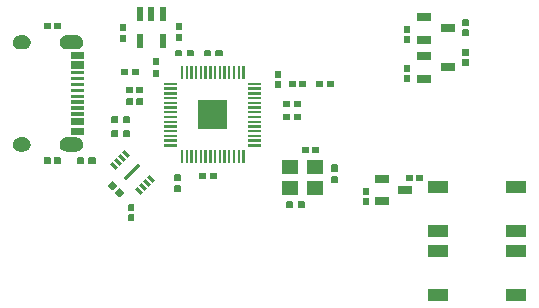
<source format=gtp>
G04 Layer: TopPasteMaskLayer*
G04 EasyEDA v6.5.39, 2024-01-14 11:16:20*
G04 7225f5b682534d558e40c38ebd35b67e,4e7111fa6b144b4da7037494b399c203,10*
G04 Gerber Generator version 0.2*
G04 Scale: 100 percent, Rotated: No, Reflected: No *
G04 Dimensions in millimeters *
G04 leading zeros omitted , absolute positions ,4 integer and 5 decimal *
%FSLAX45Y45*%
%MOMM*%

%AMMACRO1*21,1,$1,$2,0,0,$3*%
%ADD10R,0.4900X1.1570*%
%ADD11R,0.4900X1.1750*%
%ADD12R,1.7000X1.0000*%
%ADD13MACRO1,0.5999X0.28X-45.0000*%
%ADD14MACRO1,0.6001X0.28X-44.9829*%
%ADD15MACRO1,0.6001X0.2802X-44.9829*%
%ADD16MACRO1,0.2999X1.7001X135.0000*%
%ADD17R,1.2500X0.7000*%
%ADD18R,1.4000X1.2000*%
%ADD19R,0.0141X1.2000*%

%LPD*%
G36*
X982522Y3039973D02*
G01*
X982522Y3010001D01*
X1092504Y3010001D01*
X1092504Y3039973D01*
G37*
G36*
X982522Y2989986D02*
G01*
X982522Y2959963D01*
X1092504Y2959963D01*
X1092504Y2989986D01*
G37*
G36*
X982522Y3500018D02*
G01*
X982522Y3439972D01*
X1092504Y3439972D01*
X1092504Y3500018D01*
G37*
G36*
X982522Y3090011D02*
G01*
X982522Y3059988D01*
X1092504Y3059988D01*
X1092504Y3090011D01*
G37*
G36*
X982522Y2939999D02*
G01*
X982522Y2879953D01*
X1092504Y2879953D01*
X1092504Y2939999D01*
G37*
G36*
X982522Y2859989D02*
G01*
X982522Y2799994D01*
X1092504Y2799994D01*
X1092504Y2859989D01*
G37*
G36*
X982522Y3139998D02*
G01*
X982522Y3109976D01*
X1092504Y3109976D01*
X1092504Y3139998D01*
G37*
G36*
X982522Y3189986D02*
G01*
X982522Y3160014D01*
X1092504Y3160014D01*
X1092504Y3189986D01*
G37*
G36*
X982522Y3420008D02*
G01*
X982522Y3359962D01*
X1092504Y3359962D01*
X1092504Y3420008D01*
G37*
G36*
X982522Y3239973D02*
G01*
X982522Y3210001D01*
X1092504Y3210001D01*
X1092504Y3239973D01*
G37*
G36*
X982522Y3289960D02*
G01*
X982522Y3259988D01*
X1092504Y3259988D01*
X1092504Y3289960D01*
G37*
G36*
X982522Y3339998D02*
G01*
X982522Y3309975D01*
X1092504Y3309975D01*
X1092504Y3339998D01*
G37*
G36*
X942492Y2777490D02*
G01*
X936548Y2777185D01*
X930605Y2776321D01*
X924814Y2774848D01*
X919226Y2772765D01*
X913790Y2770174D01*
X908710Y2767076D01*
X903935Y2763469D01*
X899566Y2759405D01*
X895603Y2754884D01*
X892098Y2750058D01*
X889101Y2744876D01*
X886663Y2739440D01*
X884732Y2733751D01*
X883412Y2727909D01*
X882700Y2721965D01*
X882548Y2716022D01*
X882954Y2710027D01*
X884021Y2704134D01*
X885647Y2698394D01*
X887831Y2692806D01*
X890574Y2687472D01*
X893775Y2682494D01*
X897534Y2677820D01*
X901700Y2673502D01*
X906271Y2669692D01*
X911250Y2666288D01*
X916482Y2663444D01*
X921969Y2661107D01*
X927709Y2659329D01*
X933551Y2658160D01*
X939546Y2657551D01*
X1022502Y2657500D01*
X1028496Y2657805D01*
X1034389Y2658668D01*
X1040180Y2660142D01*
X1045819Y2662224D01*
X1051204Y2664815D01*
X1056284Y2667914D01*
X1061059Y2671521D01*
X1065479Y2675585D01*
X1069441Y2680106D01*
X1072896Y2684932D01*
X1075893Y2690114D01*
X1078382Y2695600D01*
X1080262Y2701239D01*
X1081582Y2707081D01*
X1082344Y2713024D01*
X1082497Y2718968D01*
X1082040Y2724962D01*
X1081024Y2730855D01*
X1079398Y2736596D01*
X1077214Y2742184D01*
X1074470Y2747518D01*
X1071219Y2752496D01*
X1067511Y2757170D01*
X1063294Y2761488D01*
X1058722Y2765348D01*
X1053795Y2768701D01*
X1048562Y2771546D01*
X1043025Y2773883D01*
X1037336Y2775661D01*
X1031443Y2776829D01*
X1025499Y2777439D01*
G37*
G36*
X942492Y3642512D02*
G01*
X936548Y3642207D01*
X930605Y3641293D01*
X924814Y3639820D01*
X919226Y3637787D01*
X913790Y3635197D01*
X908710Y3632047D01*
X903935Y3628440D01*
X899566Y3624376D01*
X895603Y3619906D01*
X892098Y3615029D01*
X889101Y3609848D01*
X886663Y3604412D01*
X884732Y3598722D01*
X883412Y3592931D01*
X882700Y3586987D01*
X882548Y3580993D01*
X882954Y3575050D01*
X884021Y3569157D01*
X885647Y3563365D01*
X887831Y3557828D01*
X890574Y3552494D01*
X893775Y3547465D01*
X897534Y3542792D01*
X901700Y3538524D01*
X906271Y3534664D01*
X911250Y3531311D01*
X916482Y3528415D01*
X921969Y3526129D01*
X927709Y3524351D01*
X933551Y3523183D01*
X939546Y3522573D01*
X1022502Y3522472D01*
X1028496Y3522776D01*
X1034389Y3523691D01*
X1040180Y3525164D01*
X1045819Y3527196D01*
X1051204Y3529787D01*
X1056284Y3532936D01*
X1061059Y3536543D01*
X1065479Y3540607D01*
X1069441Y3545078D01*
X1072896Y3549954D01*
X1075893Y3555136D01*
X1078382Y3560572D01*
X1080262Y3566261D01*
X1081582Y3572052D01*
X1082344Y3577996D01*
X1082497Y3583990D01*
X1082040Y3589934D01*
X1081024Y3595827D01*
X1079398Y3601618D01*
X1077214Y3607155D01*
X1074470Y3612489D01*
X1071219Y3617518D01*
X1067511Y3622192D01*
X1063294Y3626459D01*
X1058722Y3630320D01*
X1053795Y3633673D01*
X1048562Y3636568D01*
X1043025Y3638854D01*
X1037336Y3640632D01*
X1031443Y3641801D01*
X1025499Y3642410D01*
G37*
G36*
X547471Y3642512D02*
G01*
X541528Y3642207D01*
X535584Y3641293D01*
X529793Y3639820D01*
X524205Y3637787D01*
X518820Y3635197D01*
X513689Y3632047D01*
X508914Y3628440D01*
X504545Y3624376D01*
X500583Y3619906D01*
X497078Y3615029D01*
X494080Y3609848D01*
X491642Y3604412D01*
X489712Y3598722D01*
X488391Y3592931D01*
X487680Y3586987D01*
X487527Y3580993D01*
X487934Y3575050D01*
X489000Y3569157D01*
X490626Y3563365D01*
X492810Y3557828D01*
X495554Y3552494D01*
X498754Y3547465D01*
X502513Y3542792D01*
X506679Y3538524D01*
X511251Y3534664D01*
X516229Y3531311D01*
X521462Y3528415D01*
X526948Y3526129D01*
X532688Y3524351D01*
X538530Y3523183D01*
X544525Y3522573D01*
X577494Y3522472D01*
X583488Y3522776D01*
X589381Y3523691D01*
X595172Y3525164D01*
X600811Y3527196D01*
X606196Y3529787D01*
X611276Y3532936D01*
X616051Y3536543D01*
X620471Y3540607D01*
X624382Y3545078D01*
X627888Y3549954D01*
X630885Y3555136D01*
X633323Y3560572D01*
X635254Y3566261D01*
X636574Y3572052D01*
X637336Y3577996D01*
X637489Y3583990D01*
X637032Y3589934D01*
X636016Y3595827D01*
X634390Y3601618D01*
X632206Y3607155D01*
X629462Y3612489D01*
X626211Y3617518D01*
X622503Y3622192D01*
X618286Y3626459D01*
X613714Y3630320D01*
X608787Y3633673D01*
X603504Y3636568D01*
X598017Y3638854D01*
X592277Y3640632D01*
X586435Y3641801D01*
X580491Y3642410D01*
G37*
G36*
X547471Y2777490D02*
G01*
X541528Y2777185D01*
X535584Y2776321D01*
X529793Y2774848D01*
X524205Y2772765D01*
X518820Y2770174D01*
X513689Y2767076D01*
X508914Y2763469D01*
X504545Y2759405D01*
X500583Y2754884D01*
X497078Y2750058D01*
X494080Y2744876D01*
X491642Y2739440D01*
X489712Y2733751D01*
X488391Y2727909D01*
X487680Y2721965D01*
X487527Y2716022D01*
X487934Y2710027D01*
X489000Y2704134D01*
X490626Y2698394D01*
X492810Y2692806D01*
X495554Y2687472D01*
X498754Y2682494D01*
X502513Y2677820D01*
X506679Y2673502D01*
X511251Y2669692D01*
X516229Y2666288D01*
X521462Y2663444D01*
X526948Y2661107D01*
X532688Y2659329D01*
X538530Y2658160D01*
X544525Y2657551D01*
X577494Y2657500D01*
X583488Y2657805D01*
X589381Y2658668D01*
X595172Y2660142D01*
X600811Y2662224D01*
X606196Y2664815D01*
X611276Y2667914D01*
X616051Y2671521D01*
X620471Y2675585D01*
X624382Y2680106D01*
X627888Y2684932D01*
X630885Y2690114D01*
X633323Y2695600D01*
X635254Y2701239D01*
X636574Y2707081D01*
X637336Y2713024D01*
X637489Y2718968D01*
X637032Y2724962D01*
X636016Y2730855D01*
X634390Y2736596D01*
X632206Y2742184D01*
X629462Y2747518D01*
X626211Y2752496D01*
X622503Y2757170D01*
X618286Y2761488D01*
X613714Y2765348D01*
X608787Y2768701D01*
X603504Y2771546D01*
X598017Y2773883D01*
X592277Y2775661D01*
X586435Y2776829D01*
X580491Y2777439D01*
G37*
G36*
X2807004Y2237486D02*
G01*
X2801975Y2232507D01*
X2801975Y2187498D01*
X2807004Y2182520D01*
X2855010Y2182520D01*
X2861970Y2187498D01*
X2861970Y2232507D01*
X2855010Y2237486D01*
G37*
G36*
X2904998Y2237486D02*
G01*
X2897987Y2232507D01*
X2897987Y2187498D01*
X2904998Y2182520D01*
X2953004Y2182520D01*
X2957982Y2187498D01*
X2957982Y2232507D01*
X2953004Y2237486D01*
G37*
G36*
X3187496Y2547975D02*
G01*
X3182518Y2542997D01*
X3182518Y2494991D01*
X3187496Y2487980D01*
X3232505Y2487980D01*
X3237484Y2494991D01*
X3237484Y2542997D01*
X3232505Y2547975D01*
G37*
G36*
X3187496Y2452014D02*
G01*
X3182518Y2445004D01*
X3182518Y2396998D01*
X3187496Y2392019D01*
X3232505Y2392019D01*
X3237484Y2396998D01*
X3237484Y2445004D01*
X3232505Y2452014D01*
G37*
G36*
X3056991Y3257499D02*
G01*
X3052013Y3252470D01*
X3052013Y3207512D01*
X3056991Y3202482D01*
X3104997Y3202482D01*
X3112008Y3207512D01*
X3112008Y3252470D01*
X3104997Y3257499D01*
G37*
G36*
X3154984Y3257499D02*
G01*
X3147974Y3252470D01*
X3147974Y3207512D01*
X3154984Y3202482D01*
X3202990Y3202482D01*
X3207969Y3207512D01*
X3207969Y3252470D01*
X3202990Y3257499D01*
G37*
G36*
X1505000Y3357473D02*
G01*
X1497990Y3352495D01*
X1497990Y3307486D01*
X1505000Y3302508D01*
X1553006Y3302508D01*
X1557985Y3307486D01*
X1557985Y3352495D01*
X1553006Y3357473D01*
G37*
G36*
X1407007Y3357473D02*
G01*
X1401978Y3352495D01*
X1401978Y3307486D01*
X1407007Y3302508D01*
X1455013Y3302508D01*
X1462024Y3307486D01*
X1462024Y3352495D01*
X1455013Y3357473D01*
G37*
G36*
X1134973Y2607513D02*
G01*
X1128014Y2602484D01*
X1128014Y2557475D01*
X1134973Y2552496D01*
X1182979Y2552496D01*
X1188008Y2557475D01*
X1188008Y2602484D01*
X1182979Y2607513D01*
G37*
G36*
X1036980Y2607513D02*
G01*
X1032002Y2602484D01*
X1032002Y2557475D01*
X1036980Y2552496D01*
X1084986Y2552496D01*
X1091996Y2557475D01*
X1091996Y2602484D01*
X1084986Y2607513D01*
G37*
G36*
X2776982Y3087471D02*
G01*
X2772003Y3082493D01*
X2772003Y3037484D01*
X2776982Y3032506D01*
X2824988Y3032506D01*
X2831998Y3037484D01*
X2831998Y3082493D01*
X2824988Y3087471D01*
G37*
G36*
X2874975Y3087471D02*
G01*
X2868015Y3082493D01*
X2868015Y3037484D01*
X2874975Y3032506D01*
X2922981Y3032506D01*
X2928010Y3037484D01*
X2928010Y3082493D01*
X2922981Y3087471D01*
G37*
G36*
X1424990Y2837484D02*
G01*
X1417980Y2832506D01*
X1417980Y2787497D01*
X1424990Y2782519D01*
X1472996Y2782519D01*
X1477975Y2787497D01*
X1477975Y2832506D01*
X1472996Y2837484D01*
G37*
G36*
X1326997Y2837484D02*
G01*
X1322019Y2832506D01*
X1322019Y2787497D01*
X1326997Y2782519D01*
X1375003Y2782519D01*
X1382014Y2787497D01*
X1382014Y2832506D01*
X1375003Y2837484D01*
G37*
G36*
X1424990Y2957474D02*
G01*
X1417980Y2952496D01*
X1417980Y2907487D01*
X1424990Y2902508D01*
X1472996Y2902508D01*
X1477975Y2907487D01*
X1477975Y2952496D01*
X1472996Y2957474D01*
G37*
G36*
X1326997Y2957474D02*
G01*
X1322019Y2952496D01*
X1322019Y2907487D01*
X1326997Y2902508D01*
X1375003Y2902508D01*
X1382014Y2907487D01*
X1382014Y2952496D01*
X1375003Y2957474D01*
G37*
G36*
X1867001Y3517493D02*
G01*
X1861972Y3512515D01*
X1861972Y3467506D01*
X1867001Y3462477D01*
X1915007Y3462477D01*
X1921967Y3467506D01*
X1921967Y3512515D01*
X1915007Y3517493D01*
G37*
G36*
X1964994Y3517493D02*
G01*
X1957984Y3512515D01*
X1957984Y3467506D01*
X1964994Y3462477D01*
X2013000Y3462477D01*
X2017979Y3467506D01*
X2017979Y3512515D01*
X2013000Y3517493D01*
G37*
G36*
X2776982Y2977489D02*
G01*
X2772003Y2972511D01*
X2772003Y2927502D01*
X2776982Y2922473D01*
X2824988Y2922473D01*
X2831998Y2927502D01*
X2831998Y2972511D01*
X2824988Y2977489D01*
G37*
G36*
X2874975Y2977489D02*
G01*
X2868015Y2972511D01*
X2868015Y2927502D01*
X2874975Y2922473D01*
X2922981Y2922473D01*
X2928010Y2927502D01*
X2928010Y2972511D01*
X2922981Y2977489D01*
G37*
G36*
X2210003Y3517493D02*
G01*
X2202992Y3512515D01*
X2202992Y3467506D01*
X2210003Y3462477D01*
X2258009Y3462477D01*
X2262987Y3467506D01*
X2262987Y3512515D01*
X2258009Y3517493D01*
G37*
G36*
X2112010Y3517493D02*
G01*
X2106980Y3512515D01*
X2106980Y3467506D01*
X2112010Y3462477D01*
X2160016Y3462477D01*
X2166975Y3467506D01*
X2166975Y3512515D01*
X2160016Y3517493D01*
G37*
G36*
X2164994Y2477516D02*
G01*
X2157984Y2472486D01*
X2157984Y2427478D01*
X2164994Y2422499D01*
X2213000Y2422499D01*
X2217978Y2427478D01*
X2217978Y2472486D01*
X2213000Y2477516D01*
G37*
G36*
X2067001Y2477516D02*
G01*
X2061972Y2472486D01*
X2061972Y2427478D01*
X2067001Y2422499D01*
X2115007Y2422499D01*
X2122017Y2427478D01*
X2122017Y2472486D01*
X2115007Y2477516D01*
G37*
G36*
X1857502Y2468016D02*
G01*
X1852523Y2462987D01*
X1852523Y2414981D01*
X1857502Y2408021D01*
X1902510Y2408021D01*
X1907489Y2414981D01*
X1907489Y2462987D01*
X1902510Y2468016D01*
G37*
G36*
X1857502Y2372004D02*
G01*
X1852523Y2364994D01*
X1852523Y2316988D01*
X1857502Y2312009D01*
X1902510Y2312009D01*
X1907489Y2316988D01*
X1907489Y2364994D01*
X1902510Y2372004D01*
G37*
G36*
X1677517Y3351987D02*
G01*
X1672488Y3344976D01*
X1672488Y3296970D01*
X1677517Y3291992D01*
X1722475Y3291992D01*
X1727504Y3296970D01*
X1727504Y3344976D01*
X1722475Y3351987D01*
G37*
G36*
X1677517Y3447999D02*
G01*
X1672488Y3442970D01*
X1672488Y3395014D01*
X1677517Y3388004D01*
X1722475Y3388004D01*
X1727504Y3395014D01*
X1727504Y3442970D01*
X1722475Y3447999D01*
G37*
G36*
X1397508Y3738016D02*
G01*
X1392478Y3732987D01*
X1392478Y3684981D01*
X1397508Y3677970D01*
X1442516Y3677970D01*
X1447495Y3684981D01*
X1447495Y3732987D01*
X1442516Y3738016D01*
G37*
G36*
X1397508Y3642004D02*
G01*
X1392478Y3634994D01*
X1392478Y3586987D01*
X1397508Y3582009D01*
X1442516Y3582009D01*
X1447495Y3586987D01*
X1447495Y3634994D01*
X1442516Y3642004D01*
G37*
G36*
X1872488Y3652012D02*
G01*
X1867509Y3645001D01*
X1867509Y3596995D01*
X1872488Y3591966D01*
X1917496Y3591966D01*
X1922475Y3596995D01*
X1922475Y3645001D01*
X1917496Y3652012D01*
G37*
G36*
X1872488Y3747973D02*
G01*
X1867509Y3742994D01*
X1867509Y3694988D01*
X1872488Y3687978D01*
X1917496Y3687978D01*
X1922475Y3694988D01*
X1922475Y3742994D01*
X1917496Y3747973D01*
G37*
G36*
X837488Y3747008D02*
G01*
X833475Y3742994D01*
X833475Y3696970D01*
X837488Y3693007D01*
X887577Y3693007D01*
X891540Y3696970D01*
X891540Y3742994D01*
X887577Y3747008D01*
G37*
G36*
X752449Y3747008D02*
G01*
X748436Y3742994D01*
X748436Y3696970D01*
X752449Y3693007D01*
X802487Y3693007D01*
X806500Y3696970D01*
X806500Y3742994D01*
X802487Y3747008D01*
G37*
G36*
X837488Y2607005D02*
G01*
X833475Y2602992D01*
X833475Y2557018D01*
X837488Y2553004D01*
X887577Y2553004D01*
X891540Y2557018D01*
X891540Y2602992D01*
X887577Y2607005D01*
G37*
G36*
X752449Y2607005D02*
G01*
X748436Y2602992D01*
X748436Y2557018D01*
X752449Y2553004D01*
X802487Y2553004D01*
X806500Y2557018D01*
X806500Y2602992D01*
X802487Y2607005D01*
G37*
G36*
X1452422Y3106978D02*
G01*
X1448409Y3103016D01*
X1448409Y3056991D01*
X1452422Y3052978D01*
X1502511Y3052978D01*
X1506474Y3056991D01*
X1506474Y3103016D01*
X1502511Y3106978D01*
G37*
G36*
X1537512Y3106978D02*
G01*
X1533499Y3103016D01*
X1533499Y3056991D01*
X1537512Y3052978D01*
X1587550Y3052978D01*
X1591564Y3056991D01*
X1591564Y3103016D01*
X1587550Y3106978D01*
G37*
G36*
X1452422Y3207004D02*
G01*
X1448409Y3202990D01*
X1448409Y3157016D01*
X1452422Y3153003D01*
X1502511Y3153003D01*
X1506474Y3157016D01*
X1506474Y3202990D01*
X1502511Y3207004D01*
G37*
G36*
X1537512Y3207004D02*
G01*
X1533499Y3202990D01*
X1533499Y3157016D01*
X1537512Y3153003D01*
X1587550Y3153003D01*
X1591564Y3157016D01*
X1591564Y3202990D01*
X1587550Y3207004D01*
G37*
G36*
X2917494Y3256991D02*
G01*
X2913481Y3252978D01*
X2913481Y3207004D01*
X2917494Y3202990D01*
X2967532Y3202990D01*
X2971546Y3207004D01*
X2971546Y3252978D01*
X2967532Y3256991D01*
G37*
G36*
X2832404Y3256991D02*
G01*
X2828442Y3252978D01*
X2828442Y3207004D01*
X2832404Y3202990D01*
X2882493Y3202990D01*
X2886506Y3207004D01*
X2886506Y3252978D01*
X2882493Y3256991D01*
G37*
G36*
X1467002Y2211578D02*
G01*
X1462989Y2207564D01*
X1462989Y2157476D01*
X1467002Y2153513D01*
X1512976Y2153513D01*
X1516989Y2157476D01*
X1516989Y2207564D01*
X1512976Y2211578D01*
G37*
G36*
X1467002Y2126488D02*
G01*
X1462989Y2122474D01*
X1462989Y2072436D01*
X1467002Y2068423D01*
X1512976Y2068423D01*
X1516989Y2072436D01*
X1516989Y2122474D01*
X1512976Y2126488D01*
G37*
G36*
X3027476Y2696972D02*
G01*
X3023514Y2693009D01*
X3023514Y2646984D01*
X3027476Y2642971D01*
X3077565Y2642971D01*
X3081578Y2646984D01*
X3081578Y2693009D01*
X3077565Y2696972D01*
G37*
G36*
X2942437Y2696972D02*
G01*
X2938424Y2693009D01*
X2938424Y2646984D01*
X2942437Y2642971D01*
X2992475Y2642971D01*
X2996488Y2646984D01*
X2996488Y2693009D01*
X2992475Y2696972D01*
G37*
G36*
X4296968Y3691483D02*
G01*
X4293006Y3687470D01*
X4293006Y3637432D01*
X4296968Y3633419D01*
X4342993Y3633419D01*
X4347006Y3637432D01*
X4347006Y3687470D01*
X4342993Y3691483D01*
G37*
G36*
X4296968Y3776573D02*
G01*
X4293006Y3772560D01*
X4293006Y3722471D01*
X4296968Y3718509D01*
X4342993Y3718509D01*
X4347006Y3722471D01*
X4347006Y3772560D01*
X4342993Y3776573D01*
G37*
G36*
X3801973Y3636467D02*
G01*
X3798011Y3632504D01*
X3798011Y3582415D01*
X3801973Y3578402D01*
X3847998Y3578402D01*
X3852011Y3582415D01*
X3852011Y3632504D01*
X3847998Y3636467D01*
G37*
G36*
X3801973Y3721557D02*
G01*
X3798011Y3717544D01*
X3798011Y3667506D01*
X3801973Y3663492D01*
X3847998Y3663492D01*
X3852011Y3667506D01*
X3852011Y3717544D01*
X3847998Y3721557D01*
G37*
G36*
X4296968Y3526536D02*
G01*
X4293006Y3522573D01*
X4293006Y3472484D01*
X4296968Y3468471D01*
X4342993Y3468471D01*
X4347006Y3472484D01*
X4347006Y3522573D01*
X4342993Y3526536D01*
G37*
G36*
X4296968Y3441496D02*
G01*
X4293006Y3437483D01*
X4293006Y3387445D01*
X4296968Y3383432D01*
X4342993Y3383432D01*
X4347006Y3387445D01*
X4347006Y3437483D01*
X4342993Y3441496D01*
G37*
G36*
X3801973Y3306470D02*
G01*
X3798011Y3302508D01*
X3798011Y3252419D01*
X3801973Y3248406D01*
X3847998Y3248406D01*
X3852011Y3252419D01*
X3852011Y3302508D01*
X3847998Y3306470D01*
G37*
G36*
X3801973Y3391560D02*
G01*
X3798011Y3387547D01*
X3798011Y3337509D01*
X3801973Y3333496D01*
X3847998Y3333496D01*
X3852011Y3337509D01*
X3852011Y3387547D01*
X3847998Y3391560D01*
G37*
G36*
X2706979Y3256483D02*
G01*
X2703017Y3252470D01*
X2703017Y3202432D01*
X2706979Y3198418D01*
X2753004Y3198418D01*
X2757017Y3202432D01*
X2757017Y3252470D01*
X2753004Y3256483D01*
G37*
G36*
X2706979Y3341573D02*
G01*
X2703017Y3337560D01*
X2703017Y3287471D01*
X2706979Y3283508D01*
X2753004Y3283508D01*
X2757017Y3287471D01*
X2757017Y3337560D01*
X2753004Y3341573D01*
G37*
G36*
X1385824Y2346706D02*
G01*
X1353261Y2314194D01*
X1353261Y2308504D01*
X1388668Y2273147D01*
X1394358Y2273147D01*
X1426870Y2305659D01*
X1426870Y2311298D01*
X1391462Y2346706D01*
G37*
G36*
X1325676Y2406853D02*
G01*
X1293114Y2374341D01*
X1293114Y2368702D01*
X1328521Y2333294D01*
X1334211Y2333294D01*
X1366723Y2365806D01*
X1366723Y2371445D01*
X1331315Y2406853D01*
G37*
G36*
X3907485Y2461971D02*
G01*
X3903472Y2458008D01*
X3903472Y2411984D01*
X3907485Y2407970D01*
X3957574Y2407970D01*
X3961536Y2411984D01*
X3961536Y2458008D01*
X3957574Y2461971D01*
G37*
G36*
X3822446Y2461971D02*
G01*
X3818432Y2458008D01*
X3818432Y2411984D01*
X3822446Y2407970D01*
X3872484Y2407970D01*
X3876497Y2411984D01*
X3876497Y2458008D01*
X3872484Y2461971D01*
G37*
G36*
X3456990Y2266492D02*
G01*
X3452977Y2262479D01*
X3452977Y2212441D01*
X3456990Y2208428D01*
X3503015Y2208428D01*
X3506978Y2212441D01*
X3506978Y2262479D01*
X3503015Y2266492D01*
G37*
G36*
X3456990Y2351582D02*
G01*
X3452977Y2347569D01*
X3452977Y2297480D01*
X3456990Y2293518D01*
X3503015Y2293518D01*
X3506978Y2297480D01*
X3506978Y2347569D01*
X3503015Y2351582D01*
G37*
G36*
X1769973Y2959963D02*
G01*
X1769973Y2939999D01*
X1880006Y2939999D01*
X1880006Y2959963D01*
G37*
G36*
X1769973Y3239973D02*
G01*
X1769973Y3220008D01*
X1880006Y3220008D01*
X1880006Y3239973D01*
G37*
G36*
X1769973Y2919984D02*
G01*
X1769973Y2900019D01*
X1880006Y2900019D01*
X1880006Y2919984D01*
G37*
G36*
X1769973Y2719984D02*
G01*
X1769973Y2700020D01*
X1880006Y2700020D01*
X1880006Y2719984D01*
G37*
G36*
X1769973Y2999994D02*
G01*
X1769973Y2979978D01*
X1880006Y2979978D01*
X1880006Y2999994D01*
G37*
G36*
X1769973Y2880004D02*
G01*
X1769973Y2859989D01*
X1880006Y2859989D01*
X1880006Y2880004D01*
G37*
G36*
X1769973Y2759964D02*
G01*
X1769973Y2739999D01*
X1880006Y2739999D01*
X1880006Y2759964D01*
G37*
G36*
X1769973Y3039973D02*
G01*
X1769973Y3020009D01*
X1880006Y3020009D01*
X1880006Y3039973D01*
G37*
G36*
X1769973Y3199993D02*
G01*
X1769973Y3179978D01*
X1880006Y3179978D01*
X1880006Y3199993D01*
G37*
G36*
X1769973Y2799994D02*
G01*
X1769973Y2779979D01*
X1880006Y2779979D01*
X1880006Y2799994D01*
G37*
G36*
X1769973Y3080004D02*
G01*
X1769973Y3059988D01*
X1880006Y3059988D01*
X1880006Y3080004D01*
G37*
G36*
X1769973Y2839974D02*
G01*
X1769973Y2820009D01*
X1880006Y2820009D01*
X1880006Y2839974D01*
G37*
G36*
X1769973Y3119983D02*
G01*
X1769973Y3100019D01*
X1880006Y3100019D01*
X1880006Y3119983D01*
G37*
G36*
X1769973Y3159963D02*
G01*
X1769973Y3139998D01*
X1880006Y3139998D01*
X1880006Y3159963D01*
G37*
G36*
X1909978Y3379978D02*
G01*
X1909978Y3269996D01*
X1929993Y3269996D01*
X1929993Y3379978D01*
G37*
G36*
X1909978Y2669997D02*
G01*
X1909978Y2559964D01*
X1929993Y2559964D01*
X1929993Y2669997D01*
G37*
G36*
X1950008Y3379978D02*
G01*
X1950008Y3269996D01*
X1969973Y3269996D01*
X1969973Y3379978D01*
G37*
G36*
X1950008Y2669997D02*
G01*
X1950008Y2559964D01*
X1969973Y2559964D01*
X1969973Y2669997D01*
G37*
G36*
X1989988Y3379978D02*
G01*
X1989988Y3269996D01*
X2010003Y3269996D01*
X2010003Y3379978D01*
G37*
G36*
X1989988Y2669997D02*
G01*
X1989988Y2559964D01*
X2010003Y2559964D01*
X2010003Y2669997D01*
G37*
G36*
X2030018Y3379978D02*
G01*
X2030018Y3269996D01*
X2049983Y3269996D01*
X2049983Y3379978D01*
G37*
G36*
X2030018Y2669997D02*
G01*
X2030018Y2559964D01*
X2049983Y2559964D01*
X2049983Y2669997D01*
G37*
G36*
X2069998Y3379978D02*
G01*
X2069998Y3269996D01*
X2089962Y3269996D01*
X2089962Y3379978D01*
G37*
G36*
X2069998Y2669997D02*
G01*
X2069998Y2559964D01*
X2089962Y2559964D01*
X2089962Y2669997D01*
G37*
G36*
X2109978Y3379978D02*
G01*
X2109978Y3269996D01*
X2129993Y3269996D01*
X2129993Y3379978D01*
G37*
G36*
X2109978Y2669997D02*
G01*
X2109978Y2559964D01*
X2129993Y2559964D01*
X2129993Y2669997D01*
G37*
G36*
X2150008Y3379978D02*
G01*
X2150008Y3269996D01*
X2169972Y3269996D01*
X2169972Y3379978D01*
G37*
G36*
X2150008Y2669997D02*
G01*
X2150008Y2559964D01*
X2169972Y2559964D01*
X2169972Y2669997D01*
G37*
G36*
X2189988Y3379978D02*
G01*
X2189988Y3269996D01*
X2210003Y3269996D01*
X2210003Y3379978D01*
G37*
G36*
X2189988Y2669997D02*
G01*
X2189988Y2559964D01*
X2210003Y2559964D01*
X2210003Y2669997D01*
G37*
G36*
X2230018Y3379978D02*
G01*
X2230018Y3269996D01*
X2249982Y3269996D01*
X2249982Y3379978D01*
G37*
G36*
X2230018Y2669997D02*
G01*
X2230018Y2559964D01*
X2249982Y2559964D01*
X2249982Y2669997D01*
G37*
G36*
X2269998Y3379978D02*
G01*
X2269998Y3269996D01*
X2289962Y3269996D01*
X2289962Y3379978D01*
G37*
G36*
X2269998Y2669997D02*
G01*
X2269998Y2559964D01*
X2289962Y2559964D01*
X2289962Y2669997D01*
G37*
G36*
X2309977Y3379978D02*
G01*
X2309977Y3269996D01*
X2329992Y3269996D01*
X2329992Y3379978D01*
G37*
G36*
X2309977Y2669997D02*
G01*
X2309977Y2559964D01*
X2329992Y2559964D01*
X2329992Y2669997D01*
G37*
G36*
X2350008Y3379978D02*
G01*
X2350008Y3269996D01*
X2369972Y3269996D01*
X2369972Y3379978D01*
G37*
G36*
X2350008Y2669997D02*
G01*
X2350008Y2559964D01*
X2369972Y2559964D01*
X2369972Y2669997D01*
G37*
G36*
X2389987Y3379978D02*
G01*
X2389987Y3269996D01*
X2410002Y3269996D01*
X2410002Y3379978D01*
G37*
G36*
X2389987Y2669997D02*
G01*
X2389987Y2559964D01*
X2410002Y2559964D01*
X2410002Y2669997D01*
G37*
G36*
X2430018Y3379978D02*
G01*
X2430018Y3269996D01*
X2449982Y3269996D01*
X2449982Y3379978D01*
G37*
G36*
X2430018Y2669997D02*
G01*
X2430018Y2559964D01*
X2449982Y2559964D01*
X2449982Y2669997D01*
G37*
G36*
X2480005Y3239973D02*
G01*
X2480005Y3220008D01*
X2589987Y3220008D01*
X2589987Y3239973D01*
G37*
G36*
X2480005Y2999994D02*
G01*
X2480005Y2979978D01*
X2589987Y2979978D01*
X2589987Y2999994D01*
G37*
G36*
X2480005Y2719984D02*
G01*
X2480005Y2700020D01*
X2589987Y2700020D01*
X2589987Y2719984D01*
G37*
G36*
X2480005Y2959963D02*
G01*
X2480005Y2939999D01*
X2589987Y2939999D01*
X2589987Y2959963D01*
G37*
G36*
X2480005Y3199993D02*
G01*
X2480005Y3179978D01*
X2589987Y3179978D01*
X2589987Y3199993D01*
G37*
G36*
X2480005Y2919984D02*
G01*
X2480005Y2900019D01*
X2589987Y2900019D01*
X2589987Y2919984D01*
G37*
G36*
X2480005Y3159963D02*
G01*
X2480005Y3139998D01*
X2589987Y3139998D01*
X2589987Y3159963D01*
G37*
G36*
X2480005Y2880004D02*
G01*
X2480005Y2859989D01*
X2589987Y2859989D01*
X2589987Y2880004D01*
G37*
G36*
X2480005Y3039973D02*
G01*
X2480005Y3020009D01*
X2589987Y3020009D01*
X2589987Y3039973D01*
G37*
G36*
X2480005Y3119983D02*
G01*
X2480005Y3100019D01*
X2589987Y3100019D01*
X2589987Y3119983D01*
G37*
G36*
X2480005Y2759964D02*
G01*
X2480005Y2739999D01*
X2589987Y2739999D01*
X2589987Y2759964D01*
G37*
G36*
X2480005Y2839974D02*
G01*
X2480005Y2820009D01*
X2589987Y2820009D01*
X2589987Y2839974D01*
G37*
G36*
X2480005Y3080004D02*
G01*
X2480005Y3059988D01*
X2589987Y3059988D01*
X2589987Y3080004D01*
G37*
G36*
X2480005Y2799994D02*
G01*
X2480005Y2779979D01*
X2589987Y2779979D01*
X2589987Y2799994D01*
G37*
G36*
X2055977Y3093974D02*
G01*
X2055977Y2845968D01*
X2303983Y2845968D01*
X2303983Y3093974D01*
G37*
D10*
G01*
X1754987Y3825367D03*
G01*
X1659991Y3825367D03*
G01*
X1564995Y3825367D03*
D11*
G01*
X1564995Y3594633D03*
G01*
X1754987Y3594633D03*
D12*
G01*
X4089984Y1815007D03*
G01*
X4750003Y1815007D03*
G01*
X4089984Y1444980D03*
G01*
X4750003Y1444980D03*
G01*
X4089984Y2355011D03*
G01*
X4750003Y2355011D03*
G01*
X4089984Y1984984D03*
G01*
X4750003Y1984984D03*
D13*
G01*
X1553552Y2320366D03*
D14*
G01*
X1588909Y2355735D03*
D13*
G01*
X1624266Y2391079D03*
D14*
G01*
X1659623Y2426449D03*
D13*
G01*
X1340370Y2533548D03*
D14*
G01*
X1375727Y2568917D03*
D13*
G01*
X1411084Y2604261D03*
D15*
G01*
X1446441Y2639618D03*
D16*
G01*
X1499997Y2480005D03*
D17*
G01*
X3969994Y3794988D03*
G01*
X3969994Y3604996D03*
G01*
X4169994Y3699992D03*
G01*
X3969994Y3464991D03*
G01*
X3969994Y3274999D03*
G01*
X4169994Y3369995D03*
G01*
X3610000Y2424988D03*
G01*
X3610000Y2234996D03*
G01*
X3810000Y2329992D03*
D18*
G01*
X2829991Y2352497D03*
G01*
X3049981Y2352497D03*
G01*
X3049981Y2527503D03*
G01*
X2829991Y2527503D03*
M02*

</source>
